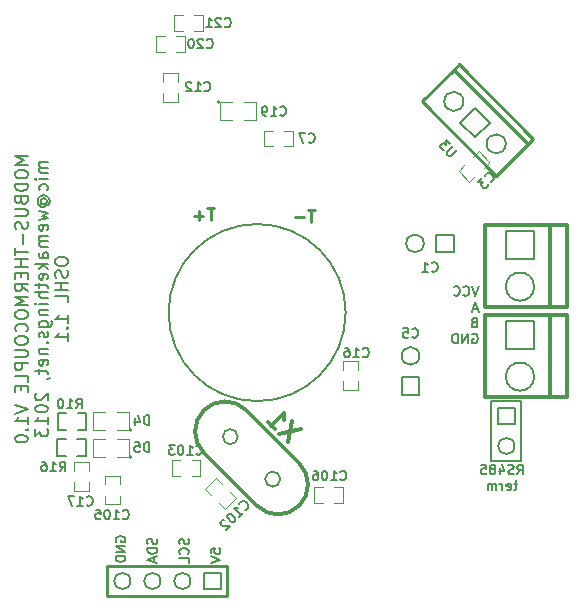
<source format=gbo>
G04 (created by PCBNEW (2013-mar-13)-testing) date Mon 02 Sep 2013 08:45:34 PM CEST*
%MOIN*%
G04 Gerber Fmt 3.4, Leading zero omitted, Abs format*
%FSLAX34Y34*%
G01*
G70*
G90*
G04 APERTURE LIST*
%ADD10C,0.005906*%
%ADD11C,0.008000*%
%ADD12C,0.007874*%
%ADD13C,0.004700*%
%ADD14C,0.003900*%
%ADD15C,0.012500*%
%ADD16C,0.006000*%
%ADD17C,0.010000*%
%ADD18C,0.005000*%
%ADD19C,0.012000*%
G04 APERTURE END LIST*
G54D10*
G54D11*
X47590Y-37393D02*
X47574Y-37363D01*
X47574Y-37317D01*
X47590Y-37271D01*
X47620Y-37241D01*
X47650Y-37225D01*
X47711Y-37210D01*
X47757Y-37210D01*
X47818Y-37225D01*
X47849Y-37241D01*
X47879Y-37271D01*
X47894Y-37317D01*
X47894Y-37347D01*
X47879Y-37393D01*
X47864Y-37408D01*
X47757Y-37408D01*
X47757Y-37347D01*
X47894Y-37545D02*
X47574Y-37545D01*
X47894Y-37728D01*
X47574Y-37728D01*
X47894Y-37881D02*
X47574Y-37881D01*
X47574Y-37957D01*
X47590Y-38003D01*
X47620Y-38033D01*
X47650Y-38048D01*
X47711Y-38064D01*
X47757Y-38064D01*
X47818Y-38048D01*
X47849Y-38033D01*
X47879Y-38003D01*
X47894Y-37957D01*
X47894Y-37881D01*
X48935Y-37286D02*
X48950Y-37332D01*
X48950Y-37408D01*
X48935Y-37439D01*
X48920Y-37454D01*
X48889Y-37469D01*
X48859Y-37469D01*
X48828Y-37454D01*
X48813Y-37439D01*
X48798Y-37408D01*
X48783Y-37347D01*
X48767Y-37317D01*
X48752Y-37302D01*
X48722Y-37286D01*
X48691Y-37286D01*
X48661Y-37302D01*
X48646Y-37317D01*
X48630Y-37347D01*
X48630Y-37424D01*
X48646Y-37469D01*
X48950Y-37606D02*
X48630Y-37606D01*
X48630Y-37683D01*
X48646Y-37728D01*
X48676Y-37759D01*
X48706Y-37774D01*
X48767Y-37789D01*
X48813Y-37789D01*
X48874Y-37774D01*
X48905Y-37759D01*
X48935Y-37728D01*
X48950Y-37683D01*
X48950Y-37606D01*
X48859Y-37911D02*
X48859Y-38064D01*
X48950Y-37881D02*
X48630Y-37987D01*
X48950Y-38094D01*
X49991Y-37302D02*
X50006Y-37347D01*
X50006Y-37424D01*
X49991Y-37454D01*
X49976Y-37469D01*
X49945Y-37485D01*
X49915Y-37485D01*
X49884Y-37469D01*
X49869Y-37454D01*
X49854Y-37424D01*
X49839Y-37363D01*
X49823Y-37332D01*
X49808Y-37317D01*
X49778Y-37302D01*
X49747Y-37302D01*
X49717Y-37317D01*
X49702Y-37332D01*
X49686Y-37363D01*
X49686Y-37439D01*
X49702Y-37485D01*
X49976Y-37805D02*
X49991Y-37789D01*
X50006Y-37744D01*
X50006Y-37713D01*
X49991Y-37667D01*
X49961Y-37637D01*
X49930Y-37622D01*
X49869Y-37606D01*
X49823Y-37606D01*
X49762Y-37622D01*
X49732Y-37637D01*
X49702Y-37667D01*
X49686Y-37713D01*
X49686Y-37744D01*
X49702Y-37789D01*
X49717Y-37805D01*
X50006Y-38094D02*
X50006Y-37942D01*
X49686Y-37942D01*
X50742Y-37774D02*
X50742Y-37622D01*
X50895Y-37606D01*
X50879Y-37622D01*
X50864Y-37652D01*
X50864Y-37728D01*
X50879Y-37759D01*
X50895Y-37774D01*
X50925Y-37789D01*
X51001Y-37789D01*
X51032Y-37774D01*
X51047Y-37759D01*
X51062Y-37728D01*
X51062Y-37652D01*
X51047Y-37622D01*
X51032Y-37606D01*
X50742Y-37881D02*
X51062Y-37987D01*
X50742Y-38094D01*
X59669Y-28874D02*
X59562Y-29194D01*
X59456Y-28874D01*
X59166Y-29164D02*
X59181Y-29179D01*
X59227Y-29194D01*
X59258Y-29194D01*
X59303Y-29179D01*
X59334Y-29149D01*
X59349Y-29118D01*
X59364Y-29057D01*
X59364Y-29011D01*
X59349Y-28950D01*
X59334Y-28920D01*
X59303Y-28890D01*
X59258Y-28874D01*
X59227Y-28874D01*
X59181Y-28890D01*
X59166Y-28905D01*
X58846Y-29164D02*
X58861Y-29179D01*
X58907Y-29194D01*
X58938Y-29194D01*
X58983Y-29179D01*
X59014Y-29149D01*
X59029Y-29118D01*
X59044Y-29057D01*
X59044Y-29011D01*
X59029Y-28950D01*
X59014Y-28920D01*
X58983Y-28890D01*
X58938Y-28874D01*
X58907Y-28874D01*
X58861Y-28890D01*
X58846Y-28905D01*
X59639Y-29631D02*
X59486Y-29631D01*
X59669Y-29722D02*
X59562Y-29402D01*
X59456Y-29722D01*
X59517Y-30083D02*
X59471Y-30098D01*
X59456Y-30113D01*
X59440Y-30144D01*
X59440Y-30189D01*
X59456Y-30220D01*
X59471Y-30235D01*
X59501Y-30250D01*
X59623Y-30250D01*
X59623Y-29930D01*
X59517Y-29930D01*
X59486Y-29946D01*
X59471Y-29961D01*
X59456Y-29991D01*
X59456Y-30022D01*
X59471Y-30052D01*
X59486Y-30067D01*
X59517Y-30083D01*
X59623Y-30083D01*
X59456Y-30474D02*
X59486Y-30458D01*
X59532Y-30458D01*
X59578Y-30474D01*
X59608Y-30504D01*
X59623Y-30534D01*
X59639Y-30595D01*
X59639Y-30641D01*
X59623Y-30702D01*
X59608Y-30733D01*
X59578Y-30763D01*
X59532Y-30778D01*
X59501Y-30778D01*
X59456Y-30763D01*
X59440Y-30748D01*
X59440Y-30641D01*
X59501Y-30641D01*
X59303Y-30778D02*
X59303Y-30458D01*
X59120Y-30778D01*
X59120Y-30458D01*
X58968Y-30778D02*
X58968Y-30458D01*
X58892Y-30458D01*
X58846Y-30474D01*
X58816Y-30504D01*
X58800Y-30534D01*
X58785Y-30595D01*
X58785Y-30641D01*
X58800Y-30702D01*
X58816Y-30733D01*
X58846Y-30763D01*
X58892Y-30778D01*
X58968Y-30778D01*
X60960Y-35144D02*
X61067Y-34992D01*
X61143Y-35144D02*
X61143Y-34824D01*
X61021Y-34824D01*
X60990Y-34840D01*
X60975Y-34855D01*
X60960Y-34885D01*
X60960Y-34931D01*
X60975Y-34961D01*
X60990Y-34977D01*
X61021Y-34992D01*
X61143Y-34992D01*
X60838Y-35129D02*
X60792Y-35144D01*
X60716Y-35144D01*
X60686Y-35129D01*
X60670Y-35114D01*
X60655Y-35083D01*
X60655Y-35053D01*
X60670Y-35022D01*
X60686Y-35007D01*
X60716Y-34992D01*
X60777Y-34977D01*
X60808Y-34961D01*
X60823Y-34946D01*
X60838Y-34916D01*
X60838Y-34885D01*
X60823Y-34855D01*
X60808Y-34840D01*
X60777Y-34824D01*
X60701Y-34824D01*
X60655Y-34840D01*
X60381Y-34931D02*
X60381Y-35144D01*
X60457Y-34809D02*
X60533Y-35038D01*
X60335Y-35038D01*
X60168Y-34961D02*
X60198Y-34946D01*
X60213Y-34931D01*
X60229Y-34900D01*
X60229Y-34885D01*
X60213Y-34855D01*
X60198Y-34840D01*
X60168Y-34824D01*
X60107Y-34824D01*
X60076Y-34840D01*
X60061Y-34855D01*
X60046Y-34885D01*
X60046Y-34900D01*
X60061Y-34931D01*
X60076Y-34946D01*
X60107Y-34961D01*
X60168Y-34961D01*
X60198Y-34977D01*
X60213Y-34992D01*
X60229Y-35022D01*
X60229Y-35083D01*
X60213Y-35114D01*
X60198Y-35129D01*
X60168Y-35144D01*
X60107Y-35144D01*
X60076Y-35129D01*
X60061Y-35114D01*
X60046Y-35083D01*
X60046Y-35022D01*
X60061Y-34992D01*
X60076Y-34977D01*
X60107Y-34961D01*
X59756Y-34824D02*
X59909Y-34824D01*
X59924Y-34977D01*
X59909Y-34961D01*
X59878Y-34946D01*
X59802Y-34946D01*
X59771Y-34961D01*
X59756Y-34977D01*
X59741Y-35007D01*
X59741Y-35083D01*
X59756Y-35114D01*
X59771Y-35129D01*
X59802Y-35144D01*
X59878Y-35144D01*
X59909Y-35129D01*
X59924Y-35114D01*
X60960Y-35459D02*
X60838Y-35459D01*
X60914Y-35352D02*
X60914Y-35627D01*
X60899Y-35657D01*
X60869Y-35672D01*
X60838Y-35672D01*
X60610Y-35657D02*
X60640Y-35672D01*
X60701Y-35672D01*
X60731Y-35657D01*
X60747Y-35627D01*
X60747Y-35505D01*
X60731Y-35474D01*
X60701Y-35459D01*
X60640Y-35459D01*
X60610Y-35474D01*
X60594Y-35505D01*
X60594Y-35535D01*
X60747Y-35566D01*
X60457Y-35672D02*
X60457Y-35459D01*
X60457Y-35520D02*
X60442Y-35489D01*
X60427Y-35474D01*
X60396Y-35459D01*
X60366Y-35459D01*
X60259Y-35672D02*
X60259Y-35459D01*
X60259Y-35489D02*
X60244Y-35474D01*
X60213Y-35459D01*
X60168Y-35459D01*
X60137Y-35474D01*
X60122Y-35505D01*
X60122Y-35672D01*
X60122Y-35505D02*
X60107Y-35474D01*
X60076Y-35459D01*
X60030Y-35459D01*
X60000Y-35474D01*
X59985Y-35505D01*
X59985Y-35672D01*
X44640Y-24540D02*
X44220Y-24540D01*
X44520Y-24680D01*
X44220Y-24820D01*
X44640Y-24820D01*
X44220Y-25100D02*
X44220Y-25180D01*
X44240Y-25220D01*
X44280Y-25260D01*
X44360Y-25280D01*
X44500Y-25280D01*
X44580Y-25260D01*
X44620Y-25220D01*
X44640Y-25180D01*
X44640Y-25100D01*
X44620Y-25060D01*
X44580Y-25020D01*
X44500Y-25000D01*
X44360Y-25000D01*
X44280Y-25020D01*
X44240Y-25060D01*
X44220Y-25100D01*
X44640Y-25460D02*
X44220Y-25460D01*
X44220Y-25560D01*
X44240Y-25620D01*
X44280Y-25660D01*
X44320Y-25680D01*
X44400Y-25700D01*
X44460Y-25700D01*
X44540Y-25680D01*
X44580Y-25660D01*
X44620Y-25620D01*
X44640Y-25560D01*
X44640Y-25460D01*
X44420Y-26020D02*
X44440Y-26080D01*
X44460Y-26100D01*
X44500Y-26120D01*
X44560Y-26120D01*
X44600Y-26100D01*
X44620Y-26080D01*
X44640Y-26040D01*
X44640Y-25880D01*
X44220Y-25880D01*
X44220Y-26020D01*
X44240Y-26060D01*
X44260Y-26080D01*
X44300Y-26100D01*
X44340Y-26100D01*
X44380Y-26080D01*
X44400Y-26060D01*
X44420Y-26020D01*
X44420Y-25880D01*
X44220Y-26300D02*
X44560Y-26300D01*
X44600Y-26320D01*
X44620Y-26340D01*
X44640Y-26380D01*
X44640Y-26460D01*
X44620Y-26500D01*
X44600Y-26520D01*
X44560Y-26540D01*
X44220Y-26540D01*
X44620Y-26720D02*
X44640Y-26780D01*
X44640Y-26880D01*
X44620Y-26920D01*
X44600Y-26940D01*
X44560Y-26960D01*
X44520Y-26960D01*
X44480Y-26940D01*
X44460Y-26920D01*
X44440Y-26880D01*
X44420Y-26800D01*
X44400Y-26760D01*
X44380Y-26740D01*
X44340Y-26720D01*
X44300Y-26720D01*
X44260Y-26740D01*
X44240Y-26760D01*
X44220Y-26800D01*
X44220Y-26900D01*
X44240Y-26960D01*
X44480Y-27140D02*
X44480Y-27460D01*
X44220Y-27600D02*
X44220Y-27840D01*
X44640Y-27720D02*
X44220Y-27720D01*
X44640Y-27980D02*
X44220Y-27980D01*
X44420Y-27980D02*
X44420Y-28220D01*
X44640Y-28220D02*
X44220Y-28220D01*
X44420Y-28420D02*
X44420Y-28560D01*
X44640Y-28620D02*
X44640Y-28420D01*
X44220Y-28420D01*
X44220Y-28620D01*
X44640Y-29040D02*
X44440Y-28900D01*
X44640Y-28800D02*
X44220Y-28800D01*
X44220Y-28960D01*
X44240Y-29000D01*
X44260Y-29020D01*
X44300Y-29040D01*
X44360Y-29040D01*
X44400Y-29020D01*
X44420Y-29000D01*
X44440Y-28960D01*
X44440Y-28800D01*
X44640Y-29220D02*
X44220Y-29220D01*
X44520Y-29360D01*
X44220Y-29500D01*
X44640Y-29500D01*
X44220Y-29780D02*
X44220Y-29860D01*
X44240Y-29900D01*
X44280Y-29940D01*
X44360Y-29960D01*
X44500Y-29960D01*
X44580Y-29940D01*
X44620Y-29900D01*
X44640Y-29860D01*
X44640Y-29780D01*
X44620Y-29740D01*
X44580Y-29700D01*
X44500Y-29680D01*
X44360Y-29680D01*
X44280Y-29700D01*
X44240Y-29740D01*
X44220Y-29780D01*
X44600Y-30380D02*
X44620Y-30360D01*
X44640Y-30300D01*
X44640Y-30260D01*
X44620Y-30200D01*
X44580Y-30160D01*
X44540Y-30140D01*
X44460Y-30120D01*
X44400Y-30120D01*
X44320Y-30140D01*
X44280Y-30160D01*
X44240Y-30200D01*
X44220Y-30260D01*
X44220Y-30300D01*
X44240Y-30360D01*
X44260Y-30380D01*
X44220Y-30640D02*
X44220Y-30720D01*
X44240Y-30760D01*
X44280Y-30800D01*
X44360Y-30820D01*
X44500Y-30820D01*
X44580Y-30800D01*
X44620Y-30760D01*
X44640Y-30720D01*
X44640Y-30640D01*
X44620Y-30600D01*
X44580Y-30560D01*
X44500Y-30540D01*
X44360Y-30540D01*
X44280Y-30560D01*
X44240Y-30600D01*
X44220Y-30640D01*
X44220Y-31000D02*
X44560Y-31000D01*
X44600Y-31020D01*
X44620Y-31040D01*
X44640Y-31080D01*
X44640Y-31160D01*
X44620Y-31200D01*
X44600Y-31220D01*
X44560Y-31240D01*
X44220Y-31240D01*
X44640Y-31440D02*
X44220Y-31440D01*
X44220Y-31600D01*
X44240Y-31640D01*
X44260Y-31660D01*
X44300Y-31680D01*
X44360Y-31680D01*
X44400Y-31660D01*
X44420Y-31640D01*
X44440Y-31600D01*
X44440Y-31440D01*
X44640Y-32060D02*
X44640Y-31860D01*
X44220Y-31860D01*
X44420Y-32200D02*
X44420Y-32340D01*
X44640Y-32400D02*
X44640Y-32200D01*
X44220Y-32200D01*
X44220Y-32400D01*
X44220Y-32840D02*
X44640Y-32980D01*
X44220Y-33120D01*
X44640Y-33480D02*
X44640Y-33240D01*
X44640Y-33360D02*
X44220Y-33360D01*
X44280Y-33320D01*
X44320Y-33280D01*
X44340Y-33240D01*
X44600Y-33660D02*
X44620Y-33680D01*
X44640Y-33660D01*
X44620Y-33640D01*
X44600Y-33660D01*
X44640Y-33660D01*
X44220Y-33940D02*
X44220Y-33980D01*
X44240Y-34020D01*
X44260Y-34040D01*
X44300Y-34060D01*
X44380Y-34080D01*
X44480Y-34080D01*
X44560Y-34060D01*
X44600Y-34040D01*
X44620Y-34020D01*
X44640Y-33980D01*
X44640Y-33940D01*
X44620Y-33900D01*
X44600Y-33880D01*
X44560Y-33860D01*
X44480Y-33840D01*
X44380Y-33840D01*
X44300Y-33860D01*
X44260Y-33880D01*
X44240Y-33900D01*
X44220Y-33940D01*
X45308Y-24740D02*
X45028Y-24740D01*
X45068Y-24740D02*
X45048Y-24760D01*
X45028Y-24800D01*
X45028Y-24860D01*
X45048Y-24900D01*
X45088Y-24920D01*
X45308Y-24920D01*
X45088Y-24920D02*
X45048Y-24940D01*
X45028Y-24980D01*
X45028Y-25040D01*
X45048Y-25080D01*
X45088Y-25100D01*
X45308Y-25100D01*
X45308Y-25300D02*
X45028Y-25300D01*
X44888Y-25300D02*
X44908Y-25280D01*
X44928Y-25300D01*
X44908Y-25320D01*
X44888Y-25300D01*
X44928Y-25300D01*
X45288Y-25680D02*
X45308Y-25640D01*
X45308Y-25560D01*
X45288Y-25520D01*
X45268Y-25500D01*
X45228Y-25480D01*
X45108Y-25480D01*
X45068Y-25500D01*
X45048Y-25520D01*
X45028Y-25560D01*
X45028Y-25640D01*
X45048Y-25680D01*
X45108Y-26120D02*
X45088Y-26100D01*
X45068Y-26060D01*
X45068Y-26020D01*
X45088Y-25980D01*
X45108Y-25960D01*
X45148Y-25940D01*
X45188Y-25940D01*
X45228Y-25960D01*
X45248Y-25980D01*
X45268Y-26020D01*
X45268Y-26060D01*
X45248Y-26100D01*
X45228Y-26120D01*
X45068Y-26120D02*
X45228Y-26120D01*
X45248Y-26140D01*
X45248Y-26160D01*
X45228Y-26200D01*
X45188Y-26220D01*
X45088Y-26220D01*
X45028Y-26180D01*
X44988Y-26120D01*
X44968Y-26040D01*
X44988Y-25960D01*
X45028Y-25900D01*
X45088Y-25860D01*
X45168Y-25840D01*
X45248Y-25860D01*
X45308Y-25900D01*
X45348Y-25960D01*
X45368Y-26040D01*
X45348Y-26120D01*
X45308Y-26180D01*
X45028Y-26360D02*
X45308Y-26440D01*
X45108Y-26520D01*
X45308Y-26600D01*
X45028Y-26680D01*
X45288Y-27000D02*
X45308Y-26960D01*
X45308Y-26880D01*
X45288Y-26840D01*
X45248Y-26820D01*
X45088Y-26820D01*
X45048Y-26840D01*
X45028Y-26880D01*
X45028Y-26960D01*
X45048Y-27000D01*
X45088Y-27020D01*
X45128Y-27020D01*
X45168Y-26820D01*
X45308Y-27200D02*
X45028Y-27200D01*
X45068Y-27200D02*
X45048Y-27220D01*
X45028Y-27260D01*
X45028Y-27320D01*
X45048Y-27360D01*
X45088Y-27380D01*
X45308Y-27380D01*
X45088Y-27380D02*
X45048Y-27400D01*
X45028Y-27440D01*
X45028Y-27500D01*
X45048Y-27540D01*
X45088Y-27560D01*
X45308Y-27560D01*
X45308Y-27940D02*
X45088Y-27940D01*
X45048Y-27920D01*
X45028Y-27880D01*
X45028Y-27800D01*
X45048Y-27760D01*
X45288Y-27940D02*
X45308Y-27900D01*
X45308Y-27800D01*
X45288Y-27760D01*
X45248Y-27740D01*
X45208Y-27740D01*
X45168Y-27760D01*
X45148Y-27800D01*
X45148Y-27900D01*
X45128Y-27940D01*
X45308Y-28140D02*
X44888Y-28140D01*
X45148Y-28180D02*
X45308Y-28300D01*
X45028Y-28300D02*
X45188Y-28140D01*
X45288Y-28640D02*
X45308Y-28600D01*
X45308Y-28520D01*
X45288Y-28480D01*
X45248Y-28460D01*
X45088Y-28460D01*
X45048Y-28480D01*
X45028Y-28520D01*
X45028Y-28600D01*
X45048Y-28640D01*
X45088Y-28660D01*
X45128Y-28660D01*
X45168Y-28460D01*
X45028Y-28780D02*
X45028Y-28940D01*
X44888Y-28840D02*
X45248Y-28840D01*
X45288Y-28860D01*
X45308Y-28900D01*
X45308Y-28940D01*
X45308Y-29080D02*
X44888Y-29080D01*
X45308Y-29260D02*
X45088Y-29260D01*
X45048Y-29240D01*
X45028Y-29200D01*
X45028Y-29140D01*
X45048Y-29100D01*
X45068Y-29080D01*
X45308Y-29460D02*
X45028Y-29460D01*
X44888Y-29460D02*
X44908Y-29440D01*
X44928Y-29460D01*
X44908Y-29480D01*
X44888Y-29460D01*
X44928Y-29460D01*
X45028Y-29660D02*
X45308Y-29660D01*
X45068Y-29660D02*
X45048Y-29680D01*
X45028Y-29720D01*
X45028Y-29780D01*
X45048Y-29820D01*
X45088Y-29840D01*
X45308Y-29840D01*
X45028Y-30220D02*
X45368Y-30220D01*
X45408Y-30200D01*
X45428Y-30180D01*
X45448Y-30140D01*
X45448Y-30080D01*
X45428Y-30040D01*
X45288Y-30220D02*
X45308Y-30180D01*
X45308Y-30100D01*
X45288Y-30060D01*
X45268Y-30040D01*
X45228Y-30020D01*
X45108Y-30020D01*
X45068Y-30040D01*
X45048Y-30060D01*
X45028Y-30100D01*
X45028Y-30180D01*
X45048Y-30220D01*
X45288Y-30400D02*
X45308Y-30440D01*
X45308Y-30520D01*
X45288Y-30560D01*
X45248Y-30580D01*
X45228Y-30580D01*
X45188Y-30560D01*
X45168Y-30520D01*
X45168Y-30460D01*
X45148Y-30420D01*
X45108Y-30400D01*
X45088Y-30400D01*
X45048Y-30420D01*
X45028Y-30460D01*
X45028Y-30520D01*
X45048Y-30560D01*
X45268Y-30760D02*
X45288Y-30780D01*
X45308Y-30760D01*
X45288Y-30740D01*
X45268Y-30760D01*
X45308Y-30760D01*
X45028Y-30960D02*
X45308Y-30960D01*
X45068Y-30960D02*
X45048Y-30980D01*
X45028Y-31020D01*
X45028Y-31080D01*
X45048Y-31120D01*
X45088Y-31140D01*
X45308Y-31140D01*
X45288Y-31500D02*
X45308Y-31460D01*
X45308Y-31380D01*
X45288Y-31340D01*
X45248Y-31320D01*
X45088Y-31320D01*
X45048Y-31340D01*
X45028Y-31380D01*
X45028Y-31460D01*
X45048Y-31500D01*
X45088Y-31520D01*
X45128Y-31520D01*
X45168Y-31320D01*
X45028Y-31640D02*
X45028Y-31800D01*
X44888Y-31700D02*
X45248Y-31700D01*
X45288Y-31720D01*
X45308Y-31760D01*
X45308Y-31800D01*
X45288Y-31960D02*
X45308Y-31960D01*
X45348Y-31940D01*
X45368Y-31920D01*
X44928Y-32440D02*
X44908Y-32460D01*
X44888Y-32500D01*
X44888Y-32600D01*
X44908Y-32640D01*
X44928Y-32660D01*
X44968Y-32680D01*
X45008Y-32680D01*
X45068Y-32660D01*
X45308Y-32420D01*
X45308Y-32680D01*
X44888Y-32940D02*
X44888Y-32980D01*
X44908Y-33020D01*
X44928Y-33040D01*
X44968Y-33060D01*
X45048Y-33080D01*
X45148Y-33080D01*
X45228Y-33060D01*
X45268Y-33040D01*
X45288Y-33020D01*
X45308Y-32980D01*
X45308Y-32940D01*
X45288Y-32900D01*
X45268Y-32880D01*
X45228Y-32860D01*
X45148Y-32840D01*
X45048Y-32840D01*
X44968Y-32860D01*
X44928Y-32880D01*
X44908Y-32900D01*
X44888Y-32940D01*
X45308Y-33480D02*
X45308Y-33240D01*
X45308Y-33360D02*
X44888Y-33360D01*
X44948Y-33320D01*
X44988Y-33280D01*
X45008Y-33240D01*
X44888Y-33620D02*
X44888Y-33880D01*
X45048Y-33740D01*
X45048Y-33800D01*
X45068Y-33840D01*
X45088Y-33860D01*
X45128Y-33880D01*
X45228Y-33880D01*
X45268Y-33860D01*
X45288Y-33840D01*
X45308Y-33800D01*
X45308Y-33680D01*
X45288Y-33640D01*
X45268Y-33620D01*
X45556Y-28010D02*
X45556Y-28090D01*
X45576Y-28130D01*
X45616Y-28170D01*
X45696Y-28190D01*
X45836Y-28190D01*
X45916Y-28170D01*
X45956Y-28130D01*
X45976Y-28090D01*
X45976Y-28010D01*
X45956Y-27970D01*
X45916Y-27930D01*
X45836Y-27910D01*
X45696Y-27910D01*
X45616Y-27930D01*
X45576Y-27970D01*
X45556Y-28010D01*
X45956Y-28350D02*
X45976Y-28410D01*
X45976Y-28510D01*
X45956Y-28550D01*
X45936Y-28570D01*
X45896Y-28590D01*
X45856Y-28590D01*
X45816Y-28570D01*
X45796Y-28550D01*
X45776Y-28510D01*
X45756Y-28430D01*
X45736Y-28390D01*
X45716Y-28370D01*
X45676Y-28350D01*
X45636Y-28350D01*
X45596Y-28370D01*
X45576Y-28390D01*
X45556Y-28430D01*
X45556Y-28530D01*
X45576Y-28590D01*
X45976Y-28770D02*
X45556Y-28770D01*
X45756Y-28770D02*
X45756Y-29010D01*
X45976Y-29010D02*
X45556Y-29010D01*
X45976Y-29410D02*
X45976Y-29210D01*
X45556Y-29210D01*
X45976Y-30090D02*
X45976Y-29850D01*
X45976Y-29970D02*
X45556Y-29970D01*
X45616Y-29930D01*
X45656Y-29890D01*
X45676Y-29850D01*
X45936Y-30270D02*
X45956Y-30290D01*
X45976Y-30270D01*
X45956Y-30250D01*
X45936Y-30270D01*
X45976Y-30270D01*
X45976Y-30690D02*
X45976Y-30450D01*
X45976Y-30570D02*
X45556Y-30570D01*
X45616Y-30530D01*
X45656Y-30490D01*
X45676Y-30450D01*
G54D12*
X55240Y-29755D02*
G75*
G03X55240Y-29755I-2952J0D01*
G74*
G01*
G54D13*
X49597Y-20544D02*
X49872Y-20544D01*
X49203Y-20544D02*
X48928Y-20544D01*
X49597Y-21056D02*
X49872Y-21056D01*
X48928Y-21056D02*
X49203Y-21056D01*
X49872Y-21050D02*
X49872Y-20550D01*
X48928Y-20550D02*
X48928Y-21050D01*
G54D14*
X48120Y-34560D02*
G75*
G03X48120Y-34560I-50J0D01*
G74*
G01*
X47620Y-34560D02*
X48020Y-34560D01*
X48020Y-34560D02*
X48020Y-33960D01*
X48020Y-33960D02*
X47620Y-33960D01*
X47220Y-33960D02*
X46820Y-33960D01*
X46820Y-33960D02*
X46820Y-34560D01*
X46820Y-34560D02*
X47220Y-34560D01*
X48120Y-33680D02*
G75*
G03X48120Y-33680I-50J0D01*
G74*
G01*
X47620Y-33680D02*
X48020Y-33680D01*
X48020Y-33680D02*
X48020Y-33080D01*
X48020Y-33080D02*
X47620Y-33080D01*
X47220Y-33080D02*
X46820Y-33080D01*
X46820Y-33080D02*
X46820Y-33680D01*
X46820Y-33680D02*
X47220Y-33680D01*
G54D13*
X59561Y-25200D02*
X59367Y-25394D01*
X59840Y-24921D02*
X60034Y-24727D01*
X59199Y-24838D02*
X59005Y-25032D01*
X59672Y-24365D02*
X59478Y-24559D01*
X59009Y-25036D02*
X59363Y-25390D01*
X60030Y-24723D02*
X59676Y-24369D01*
X53197Y-23694D02*
X53472Y-23694D01*
X52803Y-23694D02*
X52528Y-23694D01*
X53197Y-24206D02*
X53472Y-24206D01*
X52528Y-24206D02*
X52803Y-24206D01*
X53472Y-24200D02*
X53472Y-23700D01*
X52528Y-23700D02*
X52528Y-24200D01*
X49656Y-22447D02*
X49656Y-22722D01*
X49656Y-22053D02*
X49656Y-21778D01*
X49144Y-22447D02*
X49144Y-22722D01*
X49144Y-21778D02*
X49144Y-22053D01*
X49150Y-22722D02*
X49650Y-22722D01*
X49650Y-21778D02*
X49150Y-21778D01*
X55144Y-31653D02*
X55144Y-31378D01*
X55144Y-32047D02*
X55144Y-32322D01*
X55656Y-31653D02*
X55656Y-31378D01*
X55656Y-32322D02*
X55656Y-32047D01*
X55650Y-31378D02*
X55150Y-31378D01*
X55150Y-32322D02*
X55650Y-32322D01*
G54D15*
X52276Y-36190D02*
X50509Y-34423D01*
X53690Y-34776D02*
X51923Y-33009D01*
X50509Y-33009D02*
G75*
G02X51923Y-33009I707J-707D01*
G74*
G01*
X50509Y-34423D02*
G75*
G02X50509Y-33009I707J707D01*
G74*
G01*
X53690Y-34776D02*
G75*
G02X53690Y-36190I-707J-707D01*
G74*
G01*
X53690Y-36190D02*
G75*
G02X52276Y-36190I-707J707D01*
G74*
G01*
G54D16*
X61100Y-32700D02*
X60100Y-32700D01*
X60100Y-32700D02*
X60100Y-34700D01*
X60100Y-34700D02*
X61100Y-34700D01*
X61100Y-34700D02*
X61100Y-32700D01*
G54D13*
X46696Y-35417D02*
X46696Y-35692D01*
X46696Y-35023D02*
X46696Y-34748D01*
X46184Y-35417D02*
X46184Y-35692D01*
X46184Y-34748D02*
X46184Y-35023D01*
X46190Y-35692D02*
X46690Y-35692D01*
X46690Y-34748D02*
X46190Y-34748D01*
G54D14*
X51050Y-22740D02*
G75*
G03X51050Y-22740I-50J0D01*
G74*
G01*
X51450Y-22740D02*
X51050Y-22740D01*
X51050Y-22740D02*
X51050Y-23340D01*
X51050Y-23340D02*
X51450Y-23340D01*
X51850Y-23340D02*
X52250Y-23340D01*
X52250Y-23340D02*
X52250Y-22740D01*
X52250Y-22740D02*
X51850Y-22740D01*
G54D13*
X50197Y-19844D02*
X50472Y-19844D01*
X49803Y-19844D02*
X49528Y-19844D01*
X50197Y-20356D02*
X50472Y-20356D01*
X49528Y-20356D02*
X49803Y-20356D01*
X50472Y-20350D02*
X50472Y-19850D01*
X49528Y-19850D02*
X49528Y-20350D01*
G54D17*
X61317Y-24132D02*
X61494Y-23955D01*
X61494Y-23955D02*
X59019Y-21480D01*
X59019Y-21480D02*
X58842Y-21657D01*
X60257Y-25192D02*
X61317Y-24132D01*
X61317Y-24132D02*
X58842Y-21657D01*
X58842Y-21657D02*
X57782Y-22717D01*
X57782Y-22717D02*
X60257Y-25192D01*
G54D18*
X46317Y-33105D02*
X46595Y-33105D01*
X46595Y-33105D02*
X46595Y-33655D01*
X46595Y-33655D02*
X46317Y-33655D01*
X45645Y-33105D02*
X45923Y-33105D01*
X45645Y-33105D02*
X45645Y-33655D01*
X45645Y-33655D02*
X45923Y-33655D01*
X46297Y-33985D02*
X46575Y-33985D01*
X46575Y-33985D02*
X46575Y-34535D01*
X46575Y-34535D02*
X46297Y-34535D01*
X45625Y-33985D02*
X45903Y-33985D01*
X45625Y-33985D02*
X45625Y-34535D01*
X45625Y-34535D02*
X45903Y-34535D01*
G54D19*
X62050Y-29578D02*
X62050Y-26822D01*
X62625Y-29578D02*
X59869Y-29578D01*
X59869Y-29578D02*
X59869Y-26822D01*
X59869Y-26822D02*
X62625Y-26822D01*
X62625Y-26822D02*
X62625Y-29578D01*
X62050Y-32578D02*
X62050Y-29822D01*
X62625Y-32578D02*
X59869Y-32578D01*
X59869Y-32578D02*
X59869Y-29822D01*
X59869Y-29822D02*
X62625Y-29822D01*
X62625Y-29822D02*
X62625Y-32578D01*
G54D13*
X49718Y-35196D02*
X49443Y-35196D01*
X50112Y-35196D02*
X50387Y-35196D01*
X49718Y-34684D02*
X49443Y-34684D01*
X50387Y-34684D02*
X50112Y-34684D01*
X49443Y-34690D02*
X49443Y-35190D01*
X50387Y-35190D02*
X50387Y-34690D01*
X51390Y-35738D02*
X51584Y-35932D01*
X51111Y-35459D02*
X50917Y-35265D01*
X51028Y-36100D02*
X51222Y-36294D01*
X50555Y-35627D02*
X50749Y-35821D01*
X51226Y-36290D02*
X51580Y-35936D01*
X50913Y-35269D02*
X50559Y-35623D01*
X47716Y-35867D02*
X47716Y-36142D01*
X47716Y-35473D02*
X47716Y-35198D01*
X47204Y-35867D02*
X47204Y-36142D01*
X47204Y-35198D02*
X47204Y-35473D01*
X47210Y-36142D02*
X47710Y-36142D01*
X47710Y-35198D02*
X47210Y-35198D01*
X54862Y-35579D02*
X55137Y-35579D01*
X54468Y-35579D02*
X54193Y-35579D01*
X54862Y-36091D02*
X55137Y-36091D01*
X54193Y-36091D02*
X54468Y-36091D01*
X55137Y-36085D02*
X55137Y-35585D01*
X54193Y-35585D02*
X54193Y-36085D01*
G54D17*
X47300Y-39200D02*
X51300Y-39200D01*
X47300Y-38200D02*
X51300Y-38200D01*
X51300Y-38200D02*
X51300Y-39200D01*
X47300Y-39200D02*
X47300Y-38200D01*
G54D10*
X57104Y-31904D02*
X57104Y-32495D01*
X57695Y-32495D01*
X57695Y-31904D01*
X57104Y-31904D01*
X57695Y-31200D02*
G75*
G03X57695Y-31200I-295J0D01*
G74*
G01*
X58254Y-27154D02*
X58254Y-27745D01*
X58845Y-27745D01*
X58845Y-27154D01*
X58254Y-27154D01*
X57845Y-27450D02*
G75*
G03X57845Y-27450I-295J0D01*
G74*
G01*
X53057Y-35307D02*
G75*
G03X53057Y-35307I-250J0D01*
G74*
G01*
X51643Y-33892D02*
G75*
G03X51643Y-33892I-250J0D01*
G74*
G01*
X60329Y-32929D02*
X60329Y-33470D01*
X60870Y-33470D01*
X60870Y-32929D01*
X60329Y-32929D01*
X60870Y-34200D02*
G75*
G03X60870Y-34200I-270J0D01*
G74*
G01*
X60577Y-24132D02*
G75*
G03X60577Y-24132I-320J0D01*
G74*
G01*
X59550Y-23919D02*
X59055Y-23425D01*
X59550Y-22930D01*
X60044Y-23425D01*
X59550Y-23919D01*
X59163Y-22717D02*
G75*
G03X59163Y-22717I-320J0D01*
G74*
G01*
X60579Y-27040D02*
X60579Y-27981D01*
X61520Y-27981D01*
X61520Y-27040D01*
X60579Y-27040D01*
X61520Y-28889D02*
G75*
G03X61520Y-28889I-470J0D01*
G74*
G01*
X60579Y-30040D02*
X60579Y-30981D01*
X61520Y-30981D01*
X61520Y-30040D01*
X60579Y-30040D01*
X61520Y-31889D02*
G75*
G03X61520Y-31889I-470J0D01*
G74*
G01*
X50529Y-38429D02*
X50529Y-38970D01*
X51070Y-38970D01*
X51070Y-38429D01*
X50529Y-38429D01*
X50070Y-38700D02*
G75*
G03X50070Y-38700I-270J0D01*
G74*
G01*
X49070Y-38700D02*
G75*
G03X49070Y-38700I-270J0D01*
G74*
G01*
X48070Y-38700D02*
G75*
G03X48070Y-38700I-270J0D01*
G74*
G01*
X57453Y-30564D02*
X57468Y-30579D01*
X57514Y-30594D01*
X57544Y-30594D01*
X57590Y-30579D01*
X57620Y-30549D01*
X57636Y-30518D01*
X57651Y-30457D01*
X57651Y-30411D01*
X57636Y-30350D01*
X57620Y-30320D01*
X57590Y-30290D01*
X57544Y-30274D01*
X57514Y-30274D01*
X57468Y-30290D01*
X57453Y-30305D01*
X57163Y-30274D02*
X57316Y-30274D01*
X57331Y-30427D01*
X57316Y-30411D01*
X57285Y-30396D01*
X57209Y-30396D01*
X57179Y-30411D01*
X57163Y-30427D01*
X57148Y-30457D01*
X57148Y-30533D01*
X57163Y-30564D01*
X57179Y-30579D01*
X57209Y-30594D01*
X57285Y-30594D01*
X57316Y-30579D01*
X57331Y-30564D01*
X58103Y-28364D02*
X58118Y-28379D01*
X58164Y-28394D01*
X58194Y-28394D01*
X58240Y-28379D01*
X58270Y-28349D01*
X58286Y-28318D01*
X58301Y-28257D01*
X58301Y-28211D01*
X58286Y-28150D01*
X58270Y-28120D01*
X58240Y-28090D01*
X58194Y-28074D01*
X58164Y-28074D01*
X58118Y-28090D01*
X58103Y-28105D01*
X57798Y-28394D02*
X57981Y-28394D01*
X57889Y-28394D02*
X57889Y-28074D01*
X57920Y-28120D01*
X57950Y-28150D01*
X57981Y-28166D01*
G54D17*
X54211Y-26330D02*
X53983Y-26330D01*
X54097Y-26730D02*
X54097Y-26330D01*
X53850Y-26578D02*
X53545Y-26578D01*
X50861Y-26280D02*
X50633Y-26280D01*
X50747Y-26680D02*
X50747Y-26280D01*
X50500Y-26528D02*
X50195Y-26528D01*
X50347Y-26680D02*
X50347Y-26376D01*
G54D10*
X50605Y-20914D02*
X50620Y-20929D01*
X50666Y-20944D01*
X50697Y-20944D01*
X50742Y-20929D01*
X50773Y-20899D01*
X50788Y-20868D01*
X50803Y-20807D01*
X50803Y-20761D01*
X50788Y-20700D01*
X50773Y-20670D01*
X50742Y-20640D01*
X50697Y-20624D01*
X50666Y-20624D01*
X50620Y-20640D01*
X50605Y-20655D01*
X50483Y-20655D02*
X50468Y-20640D01*
X50438Y-20624D01*
X50361Y-20624D01*
X50331Y-20640D01*
X50316Y-20655D01*
X50300Y-20685D01*
X50300Y-20716D01*
X50316Y-20761D01*
X50499Y-20944D01*
X50300Y-20944D01*
X50102Y-20624D02*
X50072Y-20624D01*
X50041Y-20640D01*
X50026Y-20655D01*
X50011Y-20685D01*
X49996Y-20746D01*
X49996Y-20822D01*
X50011Y-20883D01*
X50026Y-20914D01*
X50041Y-20929D01*
X50072Y-20944D01*
X50102Y-20944D01*
X50133Y-20929D01*
X50148Y-20914D01*
X50163Y-20883D01*
X50179Y-20822D01*
X50179Y-20746D01*
X50163Y-20685D01*
X50148Y-20655D01*
X50133Y-20640D01*
X50102Y-20624D01*
X48686Y-34394D02*
X48686Y-34074D01*
X48609Y-34074D01*
X48564Y-34090D01*
X48533Y-34120D01*
X48518Y-34150D01*
X48503Y-34211D01*
X48503Y-34257D01*
X48518Y-34318D01*
X48533Y-34349D01*
X48564Y-34379D01*
X48609Y-34394D01*
X48686Y-34394D01*
X48213Y-34074D02*
X48366Y-34074D01*
X48381Y-34227D01*
X48366Y-34211D01*
X48335Y-34196D01*
X48259Y-34196D01*
X48229Y-34211D01*
X48213Y-34227D01*
X48198Y-34257D01*
X48198Y-34333D01*
X48213Y-34364D01*
X48229Y-34379D01*
X48259Y-34394D01*
X48335Y-34394D01*
X48366Y-34379D01*
X48381Y-34364D01*
X48686Y-33494D02*
X48686Y-33174D01*
X48609Y-33174D01*
X48564Y-33190D01*
X48533Y-33220D01*
X48518Y-33250D01*
X48503Y-33311D01*
X48503Y-33357D01*
X48518Y-33418D01*
X48533Y-33449D01*
X48564Y-33479D01*
X48609Y-33494D01*
X48686Y-33494D01*
X48229Y-33281D02*
X48229Y-33494D01*
X48305Y-33159D02*
X48381Y-33388D01*
X48183Y-33388D01*
X60068Y-25393D02*
X60090Y-25393D01*
X60133Y-25371D01*
X60154Y-25350D01*
X60176Y-25306D01*
X60176Y-25263D01*
X60165Y-25231D01*
X60133Y-25177D01*
X60100Y-25145D01*
X60046Y-25112D01*
X60014Y-25102D01*
X59971Y-25102D01*
X59928Y-25123D01*
X59906Y-25145D01*
X59885Y-25188D01*
X59885Y-25209D01*
X59788Y-25263D02*
X59648Y-25403D01*
X59809Y-25414D01*
X59777Y-25446D01*
X59766Y-25479D01*
X59766Y-25500D01*
X59777Y-25533D01*
X59831Y-25587D01*
X59863Y-25597D01*
X59885Y-25597D01*
X59917Y-25587D01*
X59982Y-25522D01*
X59993Y-25490D01*
X59993Y-25468D01*
X54003Y-24064D02*
X54018Y-24079D01*
X54064Y-24094D01*
X54094Y-24094D01*
X54140Y-24079D01*
X54170Y-24049D01*
X54186Y-24018D01*
X54201Y-23957D01*
X54201Y-23911D01*
X54186Y-23850D01*
X54170Y-23820D01*
X54140Y-23790D01*
X54094Y-23774D01*
X54064Y-23774D01*
X54018Y-23790D01*
X54003Y-23805D01*
X53896Y-23774D02*
X53683Y-23774D01*
X53820Y-24094D01*
X50525Y-22354D02*
X50540Y-22369D01*
X50586Y-22384D01*
X50617Y-22384D01*
X50662Y-22369D01*
X50693Y-22339D01*
X50708Y-22308D01*
X50723Y-22247D01*
X50723Y-22201D01*
X50708Y-22140D01*
X50693Y-22110D01*
X50662Y-22080D01*
X50617Y-22064D01*
X50586Y-22064D01*
X50540Y-22080D01*
X50525Y-22095D01*
X50220Y-22384D02*
X50403Y-22384D01*
X50312Y-22384D02*
X50312Y-22064D01*
X50342Y-22110D01*
X50373Y-22140D01*
X50403Y-22156D01*
X50099Y-22095D02*
X50083Y-22080D01*
X50053Y-22064D01*
X49977Y-22064D01*
X49946Y-22080D01*
X49931Y-22095D01*
X49916Y-22125D01*
X49916Y-22156D01*
X49931Y-22201D01*
X50114Y-22384D01*
X49916Y-22384D01*
X55805Y-31214D02*
X55820Y-31229D01*
X55866Y-31244D01*
X55897Y-31244D01*
X55942Y-31229D01*
X55973Y-31199D01*
X55988Y-31168D01*
X56003Y-31107D01*
X56003Y-31061D01*
X55988Y-31000D01*
X55973Y-30970D01*
X55942Y-30940D01*
X55897Y-30924D01*
X55866Y-30924D01*
X55820Y-30940D01*
X55805Y-30955D01*
X55500Y-31244D02*
X55683Y-31244D01*
X55592Y-31244D02*
X55592Y-30924D01*
X55622Y-30970D01*
X55653Y-31000D01*
X55683Y-31016D01*
X55226Y-30924D02*
X55287Y-30924D01*
X55318Y-30940D01*
X55333Y-30955D01*
X55363Y-31000D01*
X55379Y-31061D01*
X55379Y-31183D01*
X55363Y-31214D01*
X55348Y-31229D01*
X55318Y-31244D01*
X55257Y-31244D01*
X55226Y-31229D01*
X55211Y-31214D01*
X55196Y-31183D01*
X55196Y-31107D01*
X55211Y-31077D01*
X55226Y-31061D01*
X55257Y-31046D01*
X55318Y-31046D01*
X55348Y-31061D01*
X55363Y-31077D01*
X55379Y-31107D01*
G54D19*
X53736Y-33650D02*
X53029Y-33791D01*
X53453Y-33367D02*
X53312Y-34074D01*
X52645Y-33408D02*
X52887Y-33650D01*
X52766Y-33529D02*
X53190Y-33104D01*
X53170Y-33205D01*
X53170Y-33286D01*
X53190Y-33347D01*
G54D16*
G54D10*
X46605Y-36164D02*
X46620Y-36179D01*
X46666Y-36194D01*
X46697Y-36194D01*
X46742Y-36179D01*
X46773Y-36149D01*
X46788Y-36118D01*
X46803Y-36057D01*
X46803Y-36011D01*
X46788Y-35950D01*
X46773Y-35920D01*
X46742Y-35890D01*
X46697Y-35874D01*
X46666Y-35874D01*
X46620Y-35890D01*
X46605Y-35905D01*
X46300Y-36194D02*
X46483Y-36194D01*
X46392Y-36194D02*
X46392Y-35874D01*
X46422Y-35920D01*
X46453Y-35950D01*
X46483Y-35966D01*
X46194Y-35874D02*
X45980Y-35874D01*
X46118Y-36194D01*
X53055Y-23164D02*
X53070Y-23179D01*
X53116Y-23194D01*
X53147Y-23194D01*
X53192Y-23179D01*
X53223Y-23149D01*
X53238Y-23118D01*
X53253Y-23057D01*
X53253Y-23011D01*
X53238Y-22950D01*
X53223Y-22920D01*
X53192Y-22890D01*
X53147Y-22874D01*
X53116Y-22874D01*
X53070Y-22890D01*
X53055Y-22905D01*
X52750Y-23194D02*
X52933Y-23194D01*
X52842Y-23194D02*
X52842Y-22874D01*
X52872Y-22920D01*
X52903Y-22950D01*
X52933Y-22966D01*
X52598Y-23194D02*
X52537Y-23194D01*
X52507Y-23179D01*
X52491Y-23164D01*
X52461Y-23118D01*
X52446Y-23057D01*
X52446Y-22935D01*
X52461Y-22905D01*
X52476Y-22890D01*
X52507Y-22874D01*
X52568Y-22874D01*
X52598Y-22890D01*
X52613Y-22905D01*
X52629Y-22935D01*
X52629Y-23011D01*
X52613Y-23042D01*
X52598Y-23057D01*
X52568Y-23072D01*
X52507Y-23072D01*
X52476Y-23057D01*
X52461Y-23042D01*
X52446Y-23011D01*
X51205Y-20214D02*
X51220Y-20229D01*
X51266Y-20244D01*
X51297Y-20244D01*
X51342Y-20229D01*
X51373Y-20199D01*
X51388Y-20168D01*
X51403Y-20107D01*
X51403Y-20061D01*
X51388Y-20000D01*
X51373Y-19970D01*
X51342Y-19940D01*
X51297Y-19924D01*
X51266Y-19924D01*
X51220Y-19940D01*
X51205Y-19955D01*
X51083Y-19955D02*
X51068Y-19940D01*
X51038Y-19924D01*
X50961Y-19924D01*
X50931Y-19940D01*
X50916Y-19955D01*
X50900Y-19985D01*
X50900Y-20016D01*
X50916Y-20061D01*
X51099Y-20244D01*
X50900Y-20244D01*
X50596Y-20244D02*
X50779Y-20244D01*
X50687Y-20244D02*
X50687Y-19924D01*
X50718Y-19970D01*
X50748Y-20000D01*
X50779Y-20016D01*
X58946Y-24348D02*
X58763Y-24531D01*
X58730Y-24542D01*
X58709Y-24542D01*
X58676Y-24531D01*
X58633Y-24488D01*
X58623Y-24456D01*
X58623Y-24434D01*
X58633Y-24402D01*
X58817Y-24219D01*
X58730Y-24132D02*
X58590Y-23992D01*
X58579Y-24154D01*
X58547Y-24122D01*
X58515Y-24111D01*
X58493Y-24111D01*
X58461Y-24122D01*
X58407Y-24176D01*
X58396Y-24208D01*
X58396Y-24229D01*
X58407Y-24262D01*
X58472Y-24326D01*
X58504Y-24337D01*
X58526Y-24337D01*
X46255Y-32944D02*
X46362Y-32792D01*
X46438Y-32944D02*
X46438Y-32624D01*
X46316Y-32624D01*
X46286Y-32640D01*
X46270Y-32655D01*
X46255Y-32685D01*
X46255Y-32731D01*
X46270Y-32761D01*
X46286Y-32777D01*
X46316Y-32792D01*
X46438Y-32792D01*
X45950Y-32944D02*
X46133Y-32944D01*
X46042Y-32944D02*
X46042Y-32624D01*
X46072Y-32670D01*
X46103Y-32700D01*
X46133Y-32716D01*
X45752Y-32624D02*
X45722Y-32624D01*
X45691Y-32640D01*
X45676Y-32655D01*
X45661Y-32685D01*
X45646Y-32746D01*
X45646Y-32822D01*
X45661Y-32883D01*
X45676Y-32914D01*
X45691Y-32929D01*
X45722Y-32944D01*
X45752Y-32944D01*
X45783Y-32929D01*
X45798Y-32914D01*
X45813Y-32883D01*
X45829Y-32822D01*
X45829Y-32746D01*
X45813Y-32685D01*
X45798Y-32655D01*
X45783Y-32640D01*
X45752Y-32624D01*
X45705Y-35044D02*
X45812Y-34892D01*
X45888Y-35044D02*
X45888Y-34724D01*
X45766Y-34724D01*
X45736Y-34740D01*
X45720Y-34755D01*
X45705Y-34785D01*
X45705Y-34831D01*
X45720Y-34861D01*
X45736Y-34877D01*
X45766Y-34892D01*
X45888Y-34892D01*
X45400Y-35044D02*
X45583Y-35044D01*
X45492Y-35044D02*
X45492Y-34724D01*
X45522Y-34770D01*
X45553Y-34800D01*
X45583Y-34816D01*
X45126Y-34724D02*
X45187Y-34724D01*
X45218Y-34740D01*
X45233Y-34755D01*
X45263Y-34800D01*
X45279Y-34861D01*
X45279Y-34983D01*
X45263Y-35014D01*
X45248Y-35029D01*
X45218Y-35044D01*
X45157Y-35044D01*
X45126Y-35029D01*
X45111Y-35014D01*
X45096Y-34983D01*
X45096Y-34907D01*
X45111Y-34877D01*
X45126Y-34861D01*
X45157Y-34846D01*
X45218Y-34846D01*
X45248Y-34861D01*
X45263Y-34877D01*
X45279Y-34907D01*
G54D19*
G54D10*
X50258Y-34464D02*
X50273Y-34479D01*
X50319Y-34494D01*
X50349Y-34494D01*
X50395Y-34479D01*
X50425Y-34449D01*
X50440Y-34418D01*
X50456Y-34357D01*
X50456Y-34311D01*
X50440Y-34250D01*
X50425Y-34220D01*
X50395Y-34190D01*
X50349Y-34174D01*
X50319Y-34174D01*
X50273Y-34190D01*
X50258Y-34205D01*
X49953Y-34494D02*
X50136Y-34494D01*
X50044Y-34494D02*
X50044Y-34174D01*
X50075Y-34220D01*
X50105Y-34250D01*
X50136Y-34266D01*
X49755Y-34174D02*
X49724Y-34174D01*
X49694Y-34190D01*
X49679Y-34205D01*
X49663Y-34235D01*
X49648Y-34296D01*
X49648Y-34372D01*
X49663Y-34433D01*
X49679Y-34464D01*
X49694Y-34479D01*
X49724Y-34494D01*
X49755Y-34494D01*
X49785Y-34479D01*
X49800Y-34464D01*
X49816Y-34433D01*
X49831Y-34372D01*
X49831Y-34296D01*
X49816Y-34235D01*
X49800Y-34205D01*
X49785Y-34190D01*
X49755Y-34174D01*
X49541Y-34174D02*
X49343Y-34174D01*
X49450Y-34296D01*
X49404Y-34296D01*
X49374Y-34311D01*
X49359Y-34327D01*
X49343Y-34357D01*
X49343Y-34433D01*
X49359Y-34464D01*
X49374Y-34479D01*
X49404Y-34494D01*
X49496Y-34494D01*
X49526Y-34479D01*
X49541Y-34464D01*
X51884Y-36327D02*
X51905Y-36327D01*
X51948Y-36306D01*
X51970Y-36284D01*
X51991Y-36241D01*
X51991Y-36198D01*
X51980Y-36165D01*
X51948Y-36112D01*
X51916Y-36079D01*
X51862Y-36047D01*
X51830Y-36036D01*
X51787Y-36036D01*
X51743Y-36058D01*
X51722Y-36079D01*
X51700Y-36122D01*
X51700Y-36144D01*
X51690Y-36564D02*
X51819Y-36435D01*
X51754Y-36500D02*
X51528Y-36273D01*
X51582Y-36284D01*
X51625Y-36284D01*
X51657Y-36273D01*
X51323Y-36478D02*
X51302Y-36499D01*
X51291Y-36532D01*
X51291Y-36553D01*
X51302Y-36586D01*
X51334Y-36640D01*
X51388Y-36693D01*
X51442Y-36726D01*
X51474Y-36737D01*
X51496Y-36737D01*
X51528Y-36726D01*
X51549Y-36704D01*
X51560Y-36672D01*
X51560Y-36650D01*
X51549Y-36618D01*
X51517Y-36564D01*
X51463Y-36510D01*
X51409Y-36478D01*
X51377Y-36467D01*
X51356Y-36467D01*
X51323Y-36478D01*
X51183Y-36661D02*
X51162Y-36661D01*
X51129Y-36672D01*
X51075Y-36726D01*
X51065Y-36758D01*
X51065Y-36780D01*
X51075Y-36812D01*
X51097Y-36834D01*
X51140Y-36855D01*
X51399Y-36855D01*
X51259Y-36995D01*
X47808Y-36614D02*
X47823Y-36629D01*
X47869Y-36644D01*
X47899Y-36644D01*
X47945Y-36629D01*
X47975Y-36599D01*
X47990Y-36568D01*
X48006Y-36507D01*
X48006Y-36461D01*
X47990Y-36400D01*
X47975Y-36370D01*
X47945Y-36340D01*
X47899Y-36324D01*
X47869Y-36324D01*
X47823Y-36340D01*
X47808Y-36355D01*
X47503Y-36644D02*
X47686Y-36644D01*
X47594Y-36644D02*
X47594Y-36324D01*
X47625Y-36370D01*
X47655Y-36400D01*
X47686Y-36416D01*
X47305Y-36324D02*
X47274Y-36324D01*
X47244Y-36340D01*
X47229Y-36355D01*
X47213Y-36385D01*
X47198Y-36446D01*
X47198Y-36522D01*
X47213Y-36583D01*
X47229Y-36614D01*
X47244Y-36629D01*
X47274Y-36644D01*
X47305Y-36644D01*
X47335Y-36629D01*
X47350Y-36614D01*
X47366Y-36583D01*
X47381Y-36522D01*
X47381Y-36446D01*
X47366Y-36385D01*
X47350Y-36355D01*
X47335Y-36340D01*
X47305Y-36324D01*
X46909Y-36324D02*
X47061Y-36324D01*
X47076Y-36477D01*
X47061Y-36461D01*
X47030Y-36446D01*
X46954Y-36446D01*
X46924Y-36461D01*
X46909Y-36477D01*
X46893Y-36507D01*
X46893Y-36583D01*
X46909Y-36614D01*
X46924Y-36629D01*
X46954Y-36644D01*
X47030Y-36644D01*
X47061Y-36629D01*
X47076Y-36614D01*
X55058Y-35314D02*
X55073Y-35329D01*
X55119Y-35344D01*
X55149Y-35344D01*
X55195Y-35329D01*
X55225Y-35299D01*
X55240Y-35268D01*
X55256Y-35207D01*
X55256Y-35161D01*
X55240Y-35100D01*
X55225Y-35070D01*
X55195Y-35040D01*
X55149Y-35024D01*
X55119Y-35024D01*
X55073Y-35040D01*
X55058Y-35055D01*
X54753Y-35344D02*
X54936Y-35344D01*
X54844Y-35344D02*
X54844Y-35024D01*
X54875Y-35070D01*
X54905Y-35100D01*
X54936Y-35116D01*
X54555Y-35024D02*
X54524Y-35024D01*
X54494Y-35040D01*
X54479Y-35055D01*
X54463Y-35085D01*
X54448Y-35146D01*
X54448Y-35222D01*
X54463Y-35283D01*
X54479Y-35314D01*
X54494Y-35329D01*
X54524Y-35344D01*
X54555Y-35344D01*
X54585Y-35329D01*
X54600Y-35314D01*
X54616Y-35283D01*
X54631Y-35222D01*
X54631Y-35146D01*
X54616Y-35085D01*
X54600Y-35055D01*
X54585Y-35040D01*
X54555Y-35024D01*
X54174Y-35024D02*
X54235Y-35024D01*
X54265Y-35040D01*
X54280Y-35055D01*
X54311Y-35100D01*
X54326Y-35161D01*
X54326Y-35283D01*
X54311Y-35314D01*
X54296Y-35329D01*
X54265Y-35344D01*
X54204Y-35344D01*
X54174Y-35329D01*
X54159Y-35314D01*
X54143Y-35283D01*
X54143Y-35207D01*
X54159Y-35177D01*
X54174Y-35161D01*
X54204Y-35146D01*
X54265Y-35146D01*
X54296Y-35161D01*
X54311Y-35177D01*
X54326Y-35207D01*
G54D11*
M02*

</source>
